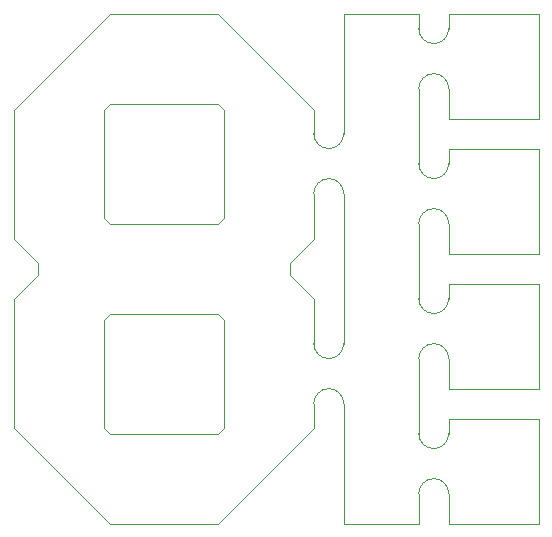
<source format=gko>
G04 #@! TF.FileFunction,Profile,NP*
%FSLAX46Y46*%
G04 Gerber Fmt 4.6, Leading zero omitted, Abs format (unit mm)*
G04 Created by KiCad (PCBNEW (2015-08-16 BZR 6095)-product) date Tue Sep  1 07:22:12 2015*
%MOMM*%
G01*
G04 APERTURE LIST*
%ADD10C,0.350000*%
%ADD11C,0.100000*%
G04 APERTURE END LIST*
D10*
D11*
X154686000Y-129032000D02*
G75*
G03X153416000Y-130302000I0J-1270000D01*
G01*
X155956000Y-130302000D02*
G75*
G03X154686000Y-129032000I-1270000J0D01*
G01*
X153416000Y-125222000D02*
G75*
G03X154686000Y-126492000I1270000J0D01*
G01*
X154686000Y-126492000D02*
G75*
G03X155956000Y-125222000I0J1270000D01*
G01*
X154686000Y-117602000D02*
G75*
G03X153416000Y-118872000I0J-1270000D01*
G01*
X155956000Y-118872000D02*
G75*
G03X154686000Y-117602000I-1270000J0D01*
G01*
X153416000Y-113792000D02*
G75*
G03X154686000Y-115062000I1270000J0D01*
G01*
X154686000Y-115062000D02*
G75*
G03X155956000Y-113792000I0J1270000D01*
G01*
X154686000Y-106172000D02*
G75*
G03X153416000Y-107442000I0J-1270000D01*
G01*
X155956000Y-107442000D02*
G75*
G03X154686000Y-106172000I-1270000J0D01*
G01*
X153416000Y-102362000D02*
G75*
G03X154686000Y-103632000I1270000J0D01*
G01*
X154686000Y-103632000D02*
G75*
G03X155956000Y-102362000I0J1270000D01*
G01*
X154686000Y-94742000D02*
G75*
G03X153416000Y-96012000I0J-1270000D01*
G01*
X155956000Y-96012000D02*
G75*
G03X154686000Y-94742000I-1270000J0D01*
G01*
X153416000Y-90932000D02*
G75*
G03X154686000Y-92202000I1270000J0D01*
G01*
X154686000Y-92202000D02*
G75*
G03X155956000Y-90932000I0J1270000D01*
G01*
X153416000Y-89662000D02*
X147066000Y-89662000D01*
X153416000Y-90932000D02*
X153416000Y-89662000D01*
X153416000Y-102362000D02*
X153416000Y-96012000D01*
X153416000Y-113792000D02*
X153416000Y-107442000D01*
X153416000Y-132842000D02*
X147066000Y-132842000D01*
X153416000Y-130302000D02*
X153416000Y-132842000D01*
X153416000Y-125222000D02*
X153416000Y-118872000D01*
X155956000Y-130302000D02*
X155956000Y-132842000D01*
X155956000Y-123952000D02*
X155956000Y-125222000D01*
X155956000Y-118872000D02*
X155956000Y-121412000D01*
X155956000Y-112522000D02*
X155956000Y-113792000D01*
X155956000Y-107442000D02*
X155956000Y-109982000D01*
X155956000Y-101092000D02*
X155956000Y-102362000D01*
X155956000Y-96012000D02*
X155956000Y-98552000D01*
X155956000Y-89662000D02*
X155956000Y-90932000D01*
X147066000Y-122682000D02*
X147066000Y-132842000D01*
X144526000Y-122682000D02*
X144526000Y-124714000D01*
X144526000Y-97790000D02*
X144526000Y-99822000D01*
X144526000Y-99822000D02*
G75*
G03X145796000Y-101092000I1270000J0D01*
G01*
X145796000Y-101092000D02*
G75*
G03X147066000Y-99822000I0J1270000D01*
G01*
X145796000Y-103632000D02*
G75*
G03X144526000Y-104902000I0J-1270000D01*
G01*
X147066000Y-104902000D02*
G75*
G03X145796000Y-103632000I-1270000J0D01*
G01*
X145796000Y-121412000D02*
G75*
G03X144526000Y-122682000I0J-1270000D01*
G01*
X147066000Y-122682000D02*
G75*
G03X145796000Y-121412000I-1270000J0D01*
G01*
X144526000Y-117602000D02*
G75*
G03X145796000Y-118872000I1270000J0D01*
G01*
X145796000Y-118872000D02*
G75*
G03X147066000Y-117602000I0J1270000D01*
G01*
X147066000Y-89662000D02*
X147066000Y-99822000D01*
X144526000Y-104902000D02*
X144526000Y-108712000D01*
X144526000Y-113792000D02*
X144526000Y-117602000D01*
X147066000Y-117602000D02*
X147066000Y-104902000D01*
X155956000Y-112522000D02*
X163576000Y-112522000D01*
X163576000Y-121412000D02*
X155956000Y-121412000D01*
X163576000Y-121412000D02*
X163576000Y-112522000D01*
X163576000Y-132842000D02*
X163576000Y-123952000D01*
X163576000Y-132842000D02*
X155956000Y-132842000D01*
X155956000Y-123952000D02*
X163576000Y-123952000D01*
X155956000Y-101092000D02*
X163576000Y-101092000D01*
X163576000Y-109982000D02*
X155956000Y-109982000D01*
X163576000Y-109982000D02*
X163576000Y-101092000D01*
X127254000Y-89662000D02*
X136398000Y-89662000D01*
X136398000Y-132842000D02*
X127254000Y-132842000D01*
X119126000Y-97790000D02*
X119126000Y-108712000D01*
X126746000Y-106934000D02*
X126746000Y-97790000D01*
X136398000Y-107442000D02*
X127254000Y-107442000D01*
X136906000Y-97790000D02*
X136906000Y-106934000D01*
X127254000Y-97282000D02*
X136398000Y-97282000D01*
X126746000Y-124714000D02*
X126746000Y-115570000D01*
X127254000Y-125222000D02*
X126746000Y-124714000D01*
X136398000Y-125222000D02*
X127254000Y-125222000D01*
X136906000Y-124714000D02*
X136398000Y-125222000D01*
X136906000Y-115570000D02*
X136906000Y-124714000D01*
X127254000Y-115062000D02*
X136398000Y-115062000D01*
X126746000Y-115570000D02*
X127254000Y-115062000D01*
X119126000Y-124714000D02*
X119126000Y-113792000D01*
X136398000Y-115062000D02*
X136906000Y-115570000D01*
X136906000Y-106934000D02*
X136398000Y-107442000D01*
X136398000Y-97282000D02*
X136906000Y-97790000D01*
X126746000Y-97790000D02*
X127254000Y-97282000D01*
X127254000Y-107442000D02*
X126746000Y-106934000D01*
X144526000Y-124714000D02*
X136398000Y-132842000D01*
X142494000Y-111760000D02*
X144526000Y-113792000D01*
X142494000Y-110744000D02*
X142494000Y-111760000D01*
X144526000Y-108712000D02*
X142494000Y-110744000D01*
X136398000Y-89662000D02*
X144526000Y-97790000D01*
X119126000Y-97790000D02*
X127254000Y-89662000D01*
X121158000Y-110744000D02*
X119126000Y-108712000D01*
X121158000Y-111760000D02*
X121158000Y-110744000D01*
X119126000Y-113792000D02*
X121158000Y-111760000D01*
X127254000Y-132842000D02*
X119126000Y-124714000D01*
X163576000Y-98552000D02*
X163576000Y-89662000D01*
X163576000Y-98552000D02*
X155956000Y-98552000D01*
X155956000Y-89662000D02*
X163576000Y-89662000D01*
M02*

</source>
